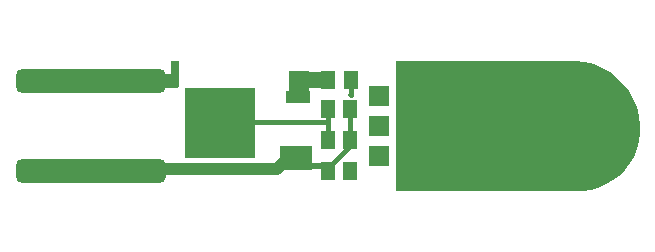
<source format=gtl>
G04*
G04 #@! TF.GenerationSoftware,Altium Limited,Altium Designer,18.1.7 (191)*
G04*
G04 Layer_Physical_Order=1*
G04 Layer_Color=255*
%FSLAX44Y44*%
%MOMM*%
G71*
G01*
G75*
G04:AMPARAMS|DCode=12|XSize=12.7mm|YSize=2mm|CornerRadius=0.5mm|HoleSize=0mm|Usage=FLASHONLY|Rotation=0.000|XOffset=0mm|YOffset=0mm|HoleType=Round|Shape=RoundedRectangle|*
%AMROUNDEDRECTD12*
21,1,12.7000,1.0000,0,0,0.0*
21,1,11.7000,2.0000,0,0,0.0*
1,1,1.0000,5.8500,-0.5000*
1,1,1.0000,-5.8500,-0.5000*
1,1,1.0000,-5.8500,0.5000*
1,1,1.0000,5.8500,0.5000*
%
%ADD12ROUNDEDRECTD12*%
%ADD13R,1.3000X1.5000*%
%ADD14R,6.0000X6.0000*%
G04:AMPARAMS|DCode=15|XSize=2mm|YSize=1mm|CornerRadius=0mm|HoleSize=0mm|Usage=FLASHONLY|Rotation=0.000|XOffset=0mm|YOffset=0mm|HoleType=Round|Shape=Octagon|*
%AMOCTAGOND15*
4,1,8,1.0000,-0.2500,1.0000,0.2500,0.7500,0.5000,-0.7500,0.5000,-1.0000,0.2500,-1.0000,-0.2500,-0.7500,-0.5000,0.7500,-0.5000,1.0000,-0.2500,0.0*
%
%ADD15OCTAGOND15*%

%ADD16R,2.0000X1.0000*%
%ADD22R,15.3000X11.0000*%
%ADD24C,0.4000*%
%ADD25C,1.0000*%
%ADD26C,0.5000*%
%ADD27R,2.9000X1.4000*%
%ADD28R,1.8000X2.0000*%
%ADD29R,2.8000X2.0000*%
%ADD30R,2.3000X1.2000*%
%ADD31R,0.8000X2.3000*%
%ADD32R,1.8000X1.8000*%
%ADD33C,0.4800*%
G36*
X670000Y452000D02*
Y342000D01*
X700000D01*
X703408D01*
X710166Y342890D01*
X716751Y344654D01*
X723048Y347263D01*
X728952Y350671D01*
X734360Y354820D01*
X739180Y359640D01*
X743329Y365048D01*
X746737Y370952D01*
X749346Y377249D01*
X751110Y383833D01*
X752000Y390592D01*
Y394000D01*
X752000Y394000D01*
X752000Y397802D01*
X751008Y405340D01*
X749040Y412683D01*
X746130Y419708D01*
X742329Y426292D01*
X737700Y432324D01*
X732324Y437700D01*
X726292Y442329D01*
X719708Y446130D01*
X712683Y449040D01*
X705340Y451008D01*
X697802Y452000D01*
X694000D01*
X694000Y452000D01*
X670000D01*
D02*
G37*
D12*
X287000Y358900D02*
D03*
Y435100D02*
D03*
D13*
X487500Y385000D02*
D03*
X506500D02*
D03*
X487500Y411000D02*
D03*
X506500D02*
D03*
X506500Y359000D02*
D03*
X487500D02*
D03*
X507000Y436000D02*
D03*
X488000D02*
D03*
D14*
X396000Y399000D02*
D03*
D15*
X463500Y375000D02*
D03*
D16*
X462500Y421000D02*
D03*
D22*
X621500Y397000D02*
D03*
D24*
X467000Y420000D02*
Y422000D01*
X507000Y423000D02*
Y434000D01*
X506500Y379500D02*
Y382000D01*
X490500Y363500D02*
X506500Y379500D01*
X490500Y361500D02*
Y363500D01*
X506500Y382000D02*
Y408000D01*
Y407000D02*
Y409500D01*
X467000Y422000D02*
Y425000D01*
X457000Y422000D02*
Y430000D01*
X506500Y409500D02*
X507000Y410000D01*
Y356500D02*
Y358000D01*
X487000Y390000D02*
X487500Y390500D01*
Y410000D01*
X466000Y430000D02*
X467000Y425000D01*
X463500Y422000D02*
X467000D01*
X417000Y400000D02*
X486920D01*
X506500Y356000D02*
X507000Y356500D01*
D25*
X457000Y372000D02*
Y375000D01*
X445000Y360000D02*
X457000Y372000D01*
X342000Y360000D02*
X445000D01*
X468000Y372500D02*
Y374000D01*
X467000Y375000D02*
X468000Y374000D01*
D26*
Y365000D02*
Y372500D01*
X468500Y363000D02*
X485000D01*
D27*
X475500Y436000D02*
D03*
D28*
X463000Y433000D02*
D03*
D29*
X461000Y370000D02*
D03*
D30*
X349500Y435000D02*
D03*
D31*
X358000Y440500D02*
D03*
D32*
X530800Y422400D02*
D03*
Y371600D02*
D03*
Y397000D02*
D03*
D33*
X610000Y370000D02*
D03*
X412000Y424000D02*
D03*
X402000D02*
D03*
X392000D02*
D03*
X382000D02*
D03*
X372000D02*
D03*
X422000D02*
D03*
X359000Y434000D02*
D03*
Y448000D02*
D03*
Y441000D02*
D03*
X565000Y413000D02*
D03*
Y398000D02*
D03*
Y383000D02*
D03*
Y368000D02*
D03*
Y353000D02*
D03*
X580000D02*
D03*
Y368000D02*
D03*
Y383000D02*
D03*
Y398000D02*
D03*
Y413000D02*
D03*
X595000Y353000D02*
D03*
Y368000D02*
D03*
Y383000D02*
D03*
Y413000D02*
D03*
X610000Y353000D02*
D03*
Y368000D02*
D03*
Y383000D02*
D03*
Y398000D02*
D03*
Y413000D02*
D03*
X625000Y353000D02*
D03*
Y368000D02*
D03*
Y383000D02*
D03*
Y398000D02*
D03*
Y413000D02*
D03*
X422000Y415000D02*
D03*
Y405000D02*
D03*
Y395000D02*
D03*
Y385000D02*
D03*
Y375000D02*
D03*
X372000Y415000D02*
D03*
Y405000D02*
D03*
Y395000D02*
D03*
Y385000D02*
D03*
Y375000D02*
D03*
X382000D02*
D03*
Y385000D02*
D03*
Y395000D02*
D03*
Y405000D02*
D03*
Y415000D02*
D03*
X392000Y375000D02*
D03*
Y385000D02*
D03*
Y395000D02*
D03*
Y405000D02*
D03*
Y415000D02*
D03*
X402000Y375000D02*
D03*
Y385000D02*
D03*
Y395000D02*
D03*
Y405000D02*
D03*
Y415000D02*
D03*
X412000Y375000D02*
D03*
Y385000D02*
D03*
Y395000D02*
D03*
Y405000D02*
D03*
Y415000D02*
D03*
X745000Y413000D02*
D03*
Y398000D02*
D03*
Y383000D02*
D03*
X730000Y428000D02*
D03*
Y413000D02*
D03*
Y398000D02*
D03*
Y383000D02*
D03*
Y368000D02*
D03*
X685000Y353000D02*
D03*
Y368000D02*
D03*
Y383000D02*
D03*
Y398000D02*
D03*
Y413000D02*
D03*
Y428000D02*
D03*
Y443000D02*
D03*
X700000Y353000D02*
D03*
Y368000D02*
D03*
Y383000D02*
D03*
Y398000D02*
D03*
Y413000D02*
D03*
Y428000D02*
D03*
Y443000D02*
D03*
X715000Y353000D02*
D03*
Y368000D02*
D03*
Y383000D02*
D03*
Y398000D02*
D03*
Y413000D02*
D03*
Y428000D02*
D03*
Y443000D02*
D03*
X640000Y353000D02*
D03*
Y368000D02*
D03*
Y383000D02*
D03*
Y398000D02*
D03*
Y413000D02*
D03*
Y428000D02*
D03*
Y443000D02*
D03*
X655000Y353000D02*
D03*
Y368000D02*
D03*
Y383000D02*
D03*
Y398000D02*
D03*
Y413000D02*
D03*
Y428000D02*
D03*
Y443000D02*
D03*
X670000Y353000D02*
D03*
Y368000D02*
D03*
Y383000D02*
D03*
Y398000D02*
D03*
Y413000D02*
D03*
Y428000D02*
D03*
Y443000D02*
D03*
X625000D02*
D03*
Y428000D02*
D03*
Y413000D02*
D03*
Y398000D02*
D03*
Y383000D02*
D03*
Y368000D02*
D03*
Y353000D02*
D03*
X610000Y443000D02*
D03*
Y428000D02*
D03*
X595000Y443000D02*
D03*
Y428000D02*
D03*
Y413000D02*
D03*
X595000Y398000D02*
D03*
X595000Y383000D02*
D03*
Y368000D02*
D03*
Y353000D02*
D03*
X580000Y443000D02*
D03*
Y428000D02*
D03*
Y413000D02*
D03*
Y398000D02*
D03*
Y383000D02*
D03*
Y368000D02*
D03*
Y353000D02*
D03*
X565000Y443000D02*
D03*
Y428000D02*
D03*
Y413000D02*
D03*
Y398000D02*
D03*
Y383000D02*
D03*
Y368000D02*
D03*
Y353000D02*
D03*
X550000D02*
D03*
Y368000D02*
D03*
Y383000D02*
D03*
Y398000D02*
D03*
Y413000D02*
D03*
Y428000D02*
D03*
Y443000D02*
D03*
X507000Y423000D02*
D03*
Y358000D02*
D03*
X457000Y430000D02*
D03*
X466000D02*
D03*
M02*

</source>
